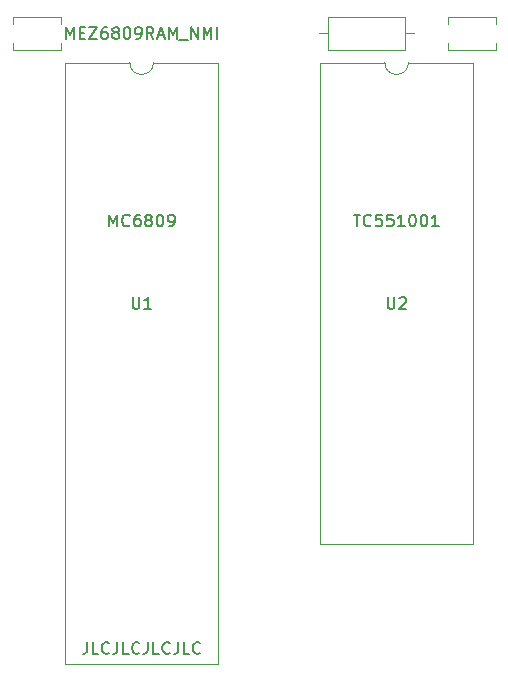
<source format=gto>
G04 #@! TF.GenerationSoftware,KiCad,Pcbnew,7.0.2-0*
G04 #@! TF.CreationDate,2023-04-20T01:12:48+09:00*
G04 #@! TF.ProjectId,MEZ6809RAMI,4d455a36-3830-4395-9241-4d492e6b6963,A*
G04 #@! TF.SameCoordinates,PX5f5e100PY8f0d180*
G04 #@! TF.FileFunction,Legend,Top*
G04 #@! TF.FilePolarity,Positive*
%FSLAX46Y46*%
G04 Gerber Fmt 4.6, Leading zero omitted, Abs format (unit mm)*
G04 Created by KiCad (PCBNEW 7.0.2-0) date 2023-04-20 01:12:48*
%MOMM*%
%LPD*%
G01*
G04 APERTURE LIST*
%ADD10C,0.150000*%
%ADD11C,0.120000*%
G04 APERTURE END LIST*
D10*
X7589048Y54782381D02*
X7589048Y55782381D01*
X7589048Y55782381D02*
X7922381Y55068096D01*
X7922381Y55068096D02*
X8255714Y55782381D01*
X8255714Y55782381D02*
X8255714Y54782381D01*
X8731905Y55306191D02*
X9065238Y55306191D01*
X9208095Y54782381D02*
X8731905Y54782381D01*
X8731905Y54782381D02*
X8731905Y55782381D01*
X8731905Y55782381D02*
X9208095Y55782381D01*
X9541429Y55782381D02*
X10208095Y55782381D01*
X10208095Y55782381D02*
X9541429Y54782381D01*
X9541429Y54782381D02*
X10208095Y54782381D01*
X11017619Y55782381D02*
X10827143Y55782381D01*
X10827143Y55782381D02*
X10731905Y55734762D01*
X10731905Y55734762D02*
X10684286Y55687143D01*
X10684286Y55687143D02*
X10589048Y55544286D01*
X10589048Y55544286D02*
X10541429Y55353810D01*
X10541429Y55353810D02*
X10541429Y54972858D01*
X10541429Y54972858D02*
X10589048Y54877620D01*
X10589048Y54877620D02*
X10636667Y54830000D01*
X10636667Y54830000D02*
X10731905Y54782381D01*
X10731905Y54782381D02*
X10922381Y54782381D01*
X10922381Y54782381D02*
X11017619Y54830000D01*
X11017619Y54830000D02*
X11065238Y54877620D01*
X11065238Y54877620D02*
X11112857Y54972858D01*
X11112857Y54972858D02*
X11112857Y55210953D01*
X11112857Y55210953D02*
X11065238Y55306191D01*
X11065238Y55306191D02*
X11017619Y55353810D01*
X11017619Y55353810D02*
X10922381Y55401429D01*
X10922381Y55401429D02*
X10731905Y55401429D01*
X10731905Y55401429D02*
X10636667Y55353810D01*
X10636667Y55353810D02*
X10589048Y55306191D01*
X10589048Y55306191D02*
X10541429Y55210953D01*
X11684286Y55353810D02*
X11589048Y55401429D01*
X11589048Y55401429D02*
X11541429Y55449048D01*
X11541429Y55449048D02*
X11493810Y55544286D01*
X11493810Y55544286D02*
X11493810Y55591905D01*
X11493810Y55591905D02*
X11541429Y55687143D01*
X11541429Y55687143D02*
X11589048Y55734762D01*
X11589048Y55734762D02*
X11684286Y55782381D01*
X11684286Y55782381D02*
X11874762Y55782381D01*
X11874762Y55782381D02*
X11970000Y55734762D01*
X11970000Y55734762D02*
X12017619Y55687143D01*
X12017619Y55687143D02*
X12065238Y55591905D01*
X12065238Y55591905D02*
X12065238Y55544286D01*
X12065238Y55544286D02*
X12017619Y55449048D01*
X12017619Y55449048D02*
X11970000Y55401429D01*
X11970000Y55401429D02*
X11874762Y55353810D01*
X11874762Y55353810D02*
X11684286Y55353810D01*
X11684286Y55353810D02*
X11589048Y55306191D01*
X11589048Y55306191D02*
X11541429Y55258572D01*
X11541429Y55258572D02*
X11493810Y55163334D01*
X11493810Y55163334D02*
X11493810Y54972858D01*
X11493810Y54972858D02*
X11541429Y54877620D01*
X11541429Y54877620D02*
X11589048Y54830000D01*
X11589048Y54830000D02*
X11684286Y54782381D01*
X11684286Y54782381D02*
X11874762Y54782381D01*
X11874762Y54782381D02*
X11970000Y54830000D01*
X11970000Y54830000D02*
X12017619Y54877620D01*
X12017619Y54877620D02*
X12065238Y54972858D01*
X12065238Y54972858D02*
X12065238Y55163334D01*
X12065238Y55163334D02*
X12017619Y55258572D01*
X12017619Y55258572D02*
X11970000Y55306191D01*
X11970000Y55306191D02*
X11874762Y55353810D01*
X12684286Y55782381D02*
X12779524Y55782381D01*
X12779524Y55782381D02*
X12874762Y55734762D01*
X12874762Y55734762D02*
X12922381Y55687143D01*
X12922381Y55687143D02*
X12970000Y55591905D01*
X12970000Y55591905D02*
X13017619Y55401429D01*
X13017619Y55401429D02*
X13017619Y55163334D01*
X13017619Y55163334D02*
X12970000Y54972858D01*
X12970000Y54972858D02*
X12922381Y54877620D01*
X12922381Y54877620D02*
X12874762Y54830000D01*
X12874762Y54830000D02*
X12779524Y54782381D01*
X12779524Y54782381D02*
X12684286Y54782381D01*
X12684286Y54782381D02*
X12589048Y54830000D01*
X12589048Y54830000D02*
X12541429Y54877620D01*
X12541429Y54877620D02*
X12493810Y54972858D01*
X12493810Y54972858D02*
X12446191Y55163334D01*
X12446191Y55163334D02*
X12446191Y55401429D01*
X12446191Y55401429D02*
X12493810Y55591905D01*
X12493810Y55591905D02*
X12541429Y55687143D01*
X12541429Y55687143D02*
X12589048Y55734762D01*
X12589048Y55734762D02*
X12684286Y55782381D01*
X13493810Y54782381D02*
X13684286Y54782381D01*
X13684286Y54782381D02*
X13779524Y54830000D01*
X13779524Y54830000D02*
X13827143Y54877620D01*
X13827143Y54877620D02*
X13922381Y55020477D01*
X13922381Y55020477D02*
X13970000Y55210953D01*
X13970000Y55210953D02*
X13970000Y55591905D01*
X13970000Y55591905D02*
X13922381Y55687143D01*
X13922381Y55687143D02*
X13874762Y55734762D01*
X13874762Y55734762D02*
X13779524Y55782381D01*
X13779524Y55782381D02*
X13589048Y55782381D01*
X13589048Y55782381D02*
X13493810Y55734762D01*
X13493810Y55734762D02*
X13446191Y55687143D01*
X13446191Y55687143D02*
X13398572Y55591905D01*
X13398572Y55591905D02*
X13398572Y55353810D01*
X13398572Y55353810D02*
X13446191Y55258572D01*
X13446191Y55258572D02*
X13493810Y55210953D01*
X13493810Y55210953D02*
X13589048Y55163334D01*
X13589048Y55163334D02*
X13779524Y55163334D01*
X13779524Y55163334D02*
X13874762Y55210953D01*
X13874762Y55210953D02*
X13922381Y55258572D01*
X13922381Y55258572D02*
X13970000Y55353810D01*
X14970000Y54782381D02*
X14636667Y55258572D01*
X14398572Y54782381D02*
X14398572Y55782381D01*
X14398572Y55782381D02*
X14779524Y55782381D01*
X14779524Y55782381D02*
X14874762Y55734762D01*
X14874762Y55734762D02*
X14922381Y55687143D01*
X14922381Y55687143D02*
X14970000Y55591905D01*
X14970000Y55591905D02*
X14970000Y55449048D01*
X14970000Y55449048D02*
X14922381Y55353810D01*
X14922381Y55353810D02*
X14874762Y55306191D01*
X14874762Y55306191D02*
X14779524Y55258572D01*
X14779524Y55258572D02*
X14398572Y55258572D01*
X15350953Y55068096D02*
X15827143Y55068096D01*
X15255715Y54782381D02*
X15589048Y55782381D01*
X15589048Y55782381D02*
X15922381Y54782381D01*
X16255715Y54782381D02*
X16255715Y55782381D01*
X16255715Y55782381D02*
X16589048Y55068096D01*
X16589048Y55068096D02*
X16922381Y55782381D01*
X16922381Y55782381D02*
X16922381Y54782381D01*
X17160477Y54687143D02*
X17922381Y54687143D01*
X18160477Y54782381D02*
X18160477Y55782381D01*
X18160477Y55782381D02*
X18731905Y54782381D01*
X18731905Y54782381D02*
X18731905Y55782381D01*
X19208096Y54782381D02*
X19208096Y55782381D01*
X19208096Y55782381D02*
X19541429Y55068096D01*
X19541429Y55068096D02*
X19874762Y55782381D01*
X19874762Y55782381D02*
X19874762Y54782381D01*
X20350953Y54782381D02*
X20350953Y55782381D01*
X31917143Y39907381D02*
X32488571Y39907381D01*
X32202857Y38907381D02*
X32202857Y39907381D01*
X33393333Y39002620D02*
X33345714Y38955000D01*
X33345714Y38955000D02*
X33202857Y38907381D01*
X33202857Y38907381D02*
X33107619Y38907381D01*
X33107619Y38907381D02*
X32964762Y38955000D01*
X32964762Y38955000D02*
X32869524Y39050239D01*
X32869524Y39050239D02*
X32821905Y39145477D01*
X32821905Y39145477D02*
X32774286Y39335953D01*
X32774286Y39335953D02*
X32774286Y39478810D01*
X32774286Y39478810D02*
X32821905Y39669286D01*
X32821905Y39669286D02*
X32869524Y39764524D01*
X32869524Y39764524D02*
X32964762Y39859762D01*
X32964762Y39859762D02*
X33107619Y39907381D01*
X33107619Y39907381D02*
X33202857Y39907381D01*
X33202857Y39907381D02*
X33345714Y39859762D01*
X33345714Y39859762D02*
X33393333Y39812143D01*
X34298095Y39907381D02*
X33821905Y39907381D01*
X33821905Y39907381D02*
X33774286Y39431191D01*
X33774286Y39431191D02*
X33821905Y39478810D01*
X33821905Y39478810D02*
X33917143Y39526429D01*
X33917143Y39526429D02*
X34155238Y39526429D01*
X34155238Y39526429D02*
X34250476Y39478810D01*
X34250476Y39478810D02*
X34298095Y39431191D01*
X34298095Y39431191D02*
X34345714Y39335953D01*
X34345714Y39335953D02*
X34345714Y39097858D01*
X34345714Y39097858D02*
X34298095Y39002620D01*
X34298095Y39002620D02*
X34250476Y38955000D01*
X34250476Y38955000D02*
X34155238Y38907381D01*
X34155238Y38907381D02*
X33917143Y38907381D01*
X33917143Y38907381D02*
X33821905Y38955000D01*
X33821905Y38955000D02*
X33774286Y39002620D01*
X35250476Y39907381D02*
X34774286Y39907381D01*
X34774286Y39907381D02*
X34726667Y39431191D01*
X34726667Y39431191D02*
X34774286Y39478810D01*
X34774286Y39478810D02*
X34869524Y39526429D01*
X34869524Y39526429D02*
X35107619Y39526429D01*
X35107619Y39526429D02*
X35202857Y39478810D01*
X35202857Y39478810D02*
X35250476Y39431191D01*
X35250476Y39431191D02*
X35298095Y39335953D01*
X35298095Y39335953D02*
X35298095Y39097858D01*
X35298095Y39097858D02*
X35250476Y39002620D01*
X35250476Y39002620D02*
X35202857Y38955000D01*
X35202857Y38955000D02*
X35107619Y38907381D01*
X35107619Y38907381D02*
X34869524Y38907381D01*
X34869524Y38907381D02*
X34774286Y38955000D01*
X34774286Y38955000D02*
X34726667Y39002620D01*
X36250476Y38907381D02*
X35679048Y38907381D01*
X35964762Y38907381D02*
X35964762Y39907381D01*
X35964762Y39907381D02*
X35869524Y39764524D01*
X35869524Y39764524D02*
X35774286Y39669286D01*
X35774286Y39669286D02*
X35679048Y39621667D01*
X36869524Y39907381D02*
X36964762Y39907381D01*
X36964762Y39907381D02*
X37060000Y39859762D01*
X37060000Y39859762D02*
X37107619Y39812143D01*
X37107619Y39812143D02*
X37155238Y39716905D01*
X37155238Y39716905D02*
X37202857Y39526429D01*
X37202857Y39526429D02*
X37202857Y39288334D01*
X37202857Y39288334D02*
X37155238Y39097858D01*
X37155238Y39097858D02*
X37107619Y39002620D01*
X37107619Y39002620D02*
X37060000Y38955000D01*
X37060000Y38955000D02*
X36964762Y38907381D01*
X36964762Y38907381D02*
X36869524Y38907381D01*
X36869524Y38907381D02*
X36774286Y38955000D01*
X36774286Y38955000D02*
X36726667Y39002620D01*
X36726667Y39002620D02*
X36679048Y39097858D01*
X36679048Y39097858D02*
X36631429Y39288334D01*
X36631429Y39288334D02*
X36631429Y39526429D01*
X36631429Y39526429D02*
X36679048Y39716905D01*
X36679048Y39716905D02*
X36726667Y39812143D01*
X36726667Y39812143D02*
X36774286Y39859762D01*
X36774286Y39859762D02*
X36869524Y39907381D01*
X37821905Y39907381D02*
X37917143Y39907381D01*
X37917143Y39907381D02*
X38012381Y39859762D01*
X38012381Y39859762D02*
X38060000Y39812143D01*
X38060000Y39812143D02*
X38107619Y39716905D01*
X38107619Y39716905D02*
X38155238Y39526429D01*
X38155238Y39526429D02*
X38155238Y39288334D01*
X38155238Y39288334D02*
X38107619Y39097858D01*
X38107619Y39097858D02*
X38060000Y39002620D01*
X38060000Y39002620D02*
X38012381Y38955000D01*
X38012381Y38955000D02*
X37917143Y38907381D01*
X37917143Y38907381D02*
X37821905Y38907381D01*
X37821905Y38907381D02*
X37726667Y38955000D01*
X37726667Y38955000D02*
X37679048Y39002620D01*
X37679048Y39002620D02*
X37631429Y39097858D01*
X37631429Y39097858D02*
X37583810Y39288334D01*
X37583810Y39288334D02*
X37583810Y39526429D01*
X37583810Y39526429D02*
X37631429Y39716905D01*
X37631429Y39716905D02*
X37679048Y39812143D01*
X37679048Y39812143D02*
X37726667Y39859762D01*
X37726667Y39859762D02*
X37821905Y39907381D01*
X39107619Y38907381D02*
X38536191Y38907381D01*
X38821905Y38907381D02*
X38821905Y39907381D01*
X38821905Y39907381D02*
X38726667Y39764524D01*
X38726667Y39764524D02*
X38631429Y39669286D01*
X38631429Y39669286D02*
X38536191Y39621667D01*
X11231905Y38907381D02*
X11231905Y39907381D01*
X11231905Y39907381D02*
X11565238Y39193096D01*
X11565238Y39193096D02*
X11898571Y39907381D01*
X11898571Y39907381D02*
X11898571Y38907381D01*
X12946190Y39002620D02*
X12898571Y38955000D01*
X12898571Y38955000D02*
X12755714Y38907381D01*
X12755714Y38907381D02*
X12660476Y38907381D01*
X12660476Y38907381D02*
X12517619Y38955000D01*
X12517619Y38955000D02*
X12422381Y39050239D01*
X12422381Y39050239D02*
X12374762Y39145477D01*
X12374762Y39145477D02*
X12327143Y39335953D01*
X12327143Y39335953D02*
X12327143Y39478810D01*
X12327143Y39478810D02*
X12374762Y39669286D01*
X12374762Y39669286D02*
X12422381Y39764524D01*
X12422381Y39764524D02*
X12517619Y39859762D01*
X12517619Y39859762D02*
X12660476Y39907381D01*
X12660476Y39907381D02*
X12755714Y39907381D01*
X12755714Y39907381D02*
X12898571Y39859762D01*
X12898571Y39859762D02*
X12946190Y39812143D01*
X13803333Y39907381D02*
X13612857Y39907381D01*
X13612857Y39907381D02*
X13517619Y39859762D01*
X13517619Y39859762D02*
X13470000Y39812143D01*
X13470000Y39812143D02*
X13374762Y39669286D01*
X13374762Y39669286D02*
X13327143Y39478810D01*
X13327143Y39478810D02*
X13327143Y39097858D01*
X13327143Y39097858D02*
X13374762Y39002620D01*
X13374762Y39002620D02*
X13422381Y38955000D01*
X13422381Y38955000D02*
X13517619Y38907381D01*
X13517619Y38907381D02*
X13708095Y38907381D01*
X13708095Y38907381D02*
X13803333Y38955000D01*
X13803333Y38955000D02*
X13850952Y39002620D01*
X13850952Y39002620D02*
X13898571Y39097858D01*
X13898571Y39097858D02*
X13898571Y39335953D01*
X13898571Y39335953D02*
X13850952Y39431191D01*
X13850952Y39431191D02*
X13803333Y39478810D01*
X13803333Y39478810D02*
X13708095Y39526429D01*
X13708095Y39526429D02*
X13517619Y39526429D01*
X13517619Y39526429D02*
X13422381Y39478810D01*
X13422381Y39478810D02*
X13374762Y39431191D01*
X13374762Y39431191D02*
X13327143Y39335953D01*
X14470000Y39478810D02*
X14374762Y39526429D01*
X14374762Y39526429D02*
X14327143Y39574048D01*
X14327143Y39574048D02*
X14279524Y39669286D01*
X14279524Y39669286D02*
X14279524Y39716905D01*
X14279524Y39716905D02*
X14327143Y39812143D01*
X14327143Y39812143D02*
X14374762Y39859762D01*
X14374762Y39859762D02*
X14470000Y39907381D01*
X14470000Y39907381D02*
X14660476Y39907381D01*
X14660476Y39907381D02*
X14755714Y39859762D01*
X14755714Y39859762D02*
X14803333Y39812143D01*
X14803333Y39812143D02*
X14850952Y39716905D01*
X14850952Y39716905D02*
X14850952Y39669286D01*
X14850952Y39669286D02*
X14803333Y39574048D01*
X14803333Y39574048D02*
X14755714Y39526429D01*
X14755714Y39526429D02*
X14660476Y39478810D01*
X14660476Y39478810D02*
X14470000Y39478810D01*
X14470000Y39478810D02*
X14374762Y39431191D01*
X14374762Y39431191D02*
X14327143Y39383572D01*
X14327143Y39383572D02*
X14279524Y39288334D01*
X14279524Y39288334D02*
X14279524Y39097858D01*
X14279524Y39097858D02*
X14327143Y39002620D01*
X14327143Y39002620D02*
X14374762Y38955000D01*
X14374762Y38955000D02*
X14470000Y38907381D01*
X14470000Y38907381D02*
X14660476Y38907381D01*
X14660476Y38907381D02*
X14755714Y38955000D01*
X14755714Y38955000D02*
X14803333Y39002620D01*
X14803333Y39002620D02*
X14850952Y39097858D01*
X14850952Y39097858D02*
X14850952Y39288334D01*
X14850952Y39288334D02*
X14803333Y39383572D01*
X14803333Y39383572D02*
X14755714Y39431191D01*
X14755714Y39431191D02*
X14660476Y39478810D01*
X15470000Y39907381D02*
X15565238Y39907381D01*
X15565238Y39907381D02*
X15660476Y39859762D01*
X15660476Y39859762D02*
X15708095Y39812143D01*
X15708095Y39812143D02*
X15755714Y39716905D01*
X15755714Y39716905D02*
X15803333Y39526429D01*
X15803333Y39526429D02*
X15803333Y39288334D01*
X15803333Y39288334D02*
X15755714Y39097858D01*
X15755714Y39097858D02*
X15708095Y39002620D01*
X15708095Y39002620D02*
X15660476Y38955000D01*
X15660476Y38955000D02*
X15565238Y38907381D01*
X15565238Y38907381D02*
X15470000Y38907381D01*
X15470000Y38907381D02*
X15374762Y38955000D01*
X15374762Y38955000D02*
X15327143Y39002620D01*
X15327143Y39002620D02*
X15279524Y39097858D01*
X15279524Y39097858D02*
X15231905Y39288334D01*
X15231905Y39288334D02*
X15231905Y39526429D01*
X15231905Y39526429D02*
X15279524Y39716905D01*
X15279524Y39716905D02*
X15327143Y39812143D01*
X15327143Y39812143D02*
X15374762Y39859762D01*
X15374762Y39859762D02*
X15470000Y39907381D01*
X16279524Y38907381D02*
X16470000Y38907381D01*
X16470000Y38907381D02*
X16565238Y38955000D01*
X16565238Y38955000D02*
X16612857Y39002620D01*
X16612857Y39002620D02*
X16708095Y39145477D01*
X16708095Y39145477D02*
X16755714Y39335953D01*
X16755714Y39335953D02*
X16755714Y39716905D01*
X16755714Y39716905D02*
X16708095Y39812143D01*
X16708095Y39812143D02*
X16660476Y39859762D01*
X16660476Y39859762D02*
X16565238Y39907381D01*
X16565238Y39907381D02*
X16374762Y39907381D01*
X16374762Y39907381D02*
X16279524Y39859762D01*
X16279524Y39859762D02*
X16231905Y39812143D01*
X16231905Y39812143D02*
X16184286Y39716905D01*
X16184286Y39716905D02*
X16184286Y39478810D01*
X16184286Y39478810D02*
X16231905Y39383572D01*
X16231905Y39383572D02*
X16279524Y39335953D01*
X16279524Y39335953D02*
X16374762Y39288334D01*
X16374762Y39288334D02*
X16565238Y39288334D01*
X16565238Y39288334D02*
X16660476Y39335953D01*
X16660476Y39335953D02*
X16708095Y39383572D01*
X16708095Y39383572D02*
X16755714Y39478810D01*
X9350951Y3712381D02*
X9350951Y2998096D01*
X9350951Y2998096D02*
X9303332Y2855239D01*
X9303332Y2855239D02*
X9208094Y2760000D01*
X9208094Y2760000D02*
X9065237Y2712381D01*
X9065237Y2712381D02*
X8969999Y2712381D01*
X10303332Y2712381D02*
X9827142Y2712381D01*
X9827142Y2712381D02*
X9827142Y3712381D01*
X11208094Y2807620D02*
X11160475Y2760000D01*
X11160475Y2760000D02*
X11017618Y2712381D01*
X11017618Y2712381D02*
X10922380Y2712381D01*
X10922380Y2712381D02*
X10779523Y2760000D01*
X10779523Y2760000D02*
X10684285Y2855239D01*
X10684285Y2855239D02*
X10636666Y2950477D01*
X10636666Y2950477D02*
X10589047Y3140953D01*
X10589047Y3140953D02*
X10589047Y3283810D01*
X10589047Y3283810D02*
X10636666Y3474286D01*
X10636666Y3474286D02*
X10684285Y3569524D01*
X10684285Y3569524D02*
X10779523Y3664762D01*
X10779523Y3664762D02*
X10922380Y3712381D01*
X10922380Y3712381D02*
X11017618Y3712381D01*
X11017618Y3712381D02*
X11160475Y3664762D01*
X11160475Y3664762D02*
X11208094Y3617143D01*
X11922380Y3712381D02*
X11922380Y2998096D01*
X11922380Y2998096D02*
X11874761Y2855239D01*
X11874761Y2855239D02*
X11779523Y2760000D01*
X11779523Y2760000D02*
X11636666Y2712381D01*
X11636666Y2712381D02*
X11541428Y2712381D01*
X12874761Y2712381D02*
X12398571Y2712381D01*
X12398571Y2712381D02*
X12398571Y3712381D01*
X13779523Y2807620D02*
X13731904Y2760000D01*
X13731904Y2760000D02*
X13589047Y2712381D01*
X13589047Y2712381D02*
X13493809Y2712381D01*
X13493809Y2712381D02*
X13350952Y2760000D01*
X13350952Y2760000D02*
X13255714Y2855239D01*
X13255714Y2855239D02*
X13208095Y2950477D01*
X13208095Y2950477D02*
X13160476Y3140953D01*
X13160476Y3140953D02*
X13160476Y3283810D01*
X13160476Y3283810D02*
X13208095Y3474286D01*
X13208095Y3474286D02*
X13255714Y3569524D01*
X13255714Y3569524D02*
X13350952Y3664762D01*
X13350952Y3664762D02*
X13493809Y3712381D01*
X13493809Y3712381D02*
X13589047Y3712381D01*
X13589047Y3712381D02*
X13731904Y3664762D01*
X13731904Y3664762D02*
X13779523Y3617143D01*
X14493809Y3712381D02*
X14493809Y2998096D01*
X14493809Y2998096D02*
X14446190Y2855239D01*
X14446190Y2855239D02*
X14350952Y2760000D01*
X14350952Y2760000D02*
X14208095Y2712381D01*
X14208095Y2712381D02*
X14112857Y2712381D01*
X15446190Y2712381D02*
X14970000Y2712381D01*
X14970000Y2712381D02*
X14970000Y3712381D01*
X16350952Y2807620D02*
X16303333Y2760000D01*
X16303333Y2760000D02*
X16160476Y2712381D01*
X16160476Y2712381D02*
X16065238Y2712381D01*
X16065238Y2712381D02*
X15922381Y2760000D01*
X15922381Y2760000D02*
X15827143Y2855239D01*
X15827143Y2855239D02*
X15779524Y2950477D01*
X15779524Y2950477D02*
X15731905Y3140953D01*
X15731905Y3140953D02*
X15731905Y3283810D01*
X15731905Y3283810D02*
X15779524Y3474286D01*
X15779524Y3474286D02*
X15827143Y3569524D01*
X15827143Y3569524D02*
X15922381Y3664762D01*
X15922381Y3664762D02*
X16065238Y3712381D01*
X16065238Y3712381D02*
X16160476Y3712381D01*
X16160476Y3712381D02*
X16303333Y3664762D01*
X16303333Y3664762D02*
X16350952Y3617143D01*
X17065238Y3712381D02*
X17065238Y2998096D01*
X17065238Y2998096D02*
X17017619Y2855239D01*
X17017619Y2855239D02*
X16922381Y2760000D01*
X16922381Y2760000D02*
X16779524Y2712381D01*
X16779524Y2712381D02*
X16684286Y2712381D01*
X18017619Y2712381D02*
X17541429Y2712381D01*
X17541429Y2712381D02*
X17541429Y3712381D01*
X18922381Y2807620D02*
X18874762Y2760000D01*
X18874762Y2760000D02*
X18731905Y2712381D01*
X18731905Y2712381D02*
X18636667Y2712381D01*
X18636667Y2712381D02*
X18493810Y2760000D01*
X18493810Y2760000D02*
X18398572Y2855239D01*
X18398572Y2855239D02*
X18350953Y2950477D01*
X18350953Y2950477D02*
X18303334Y3140953D01*
X18303334Y3140953D02*
X18303334Y3283810D01*
X18303334Y3283810D02*
X18350953Y3474286D01*
X18350953Y3474286D02*
X18398572Y3569524D01*
X18398572Y3569524D02*
X18493810Y3664762D01*
X18493810Y3664762D02*
X18636667Y3712381D01*
X18636667Y3712381D02*
X18731905Y3712381D01*
X18731905Y3712381D02*
X18874762Y3664762D01*
X18874762Y3664762D02*
X18922381Y3617143D01*
X13208095Y32922381D02*
X13208095Y32112858D01*
X13208095Y32112858D02*
X13255714Y32017620D01*
X13255714Y32017620D02*
X13303333Y31970000D01*
X13303333Y31970000D02*
X13398571Y31922381D01*
X13398571Y31922381D02*
X13589047Y31922381D01*
X13589047Y31922381D02*
X13684285Y31970000D01*
X13684285Y31970000D02*
X13731904Y32017620D01*
X13731904Y32017620D02*
X13779523Y32112858D01*
X13779523Y32112858D02*
X13779523Y32922381D01*
X14779523Y31922381D02*
X14208095Y31922381D01*
X14493809Y31922381D02*
X14493809Y32922381D01*
X14493809Y32922381D02*
X14398571Y32779524D01*
X14398571Y32779524D02*
X14303333Y32684286D01*
X14303333Y32684286D02*
X14208095Y32636667D01*
X34798095Y32922381D02*
X34798095Y32112858D01*
X34798095Y32112858D02*
X34845714Y32017620D01*
X34845714Y32017620D02*
X34893333Y31970000D01*
X34893333Y31970000D02*
X34988571Y31922381D01*
X34988571Y31922381D02*
X35179047Y31922381D01*
X35179047Y31922381D02*
X35274285Y31970000D01*
X35274285Y31970000D02*
X35321904Y32017620D01*
X35321904Y32017620D02*
X35369523Y32112858D01*
X35369523Y32112858D02*
X35369523Y32922381D01*
X35798095Y32827143D02*
X35845714Y32874762D01*
X35845714Y32874762D02*
X35940952Y32922381D01*
X35940952Y32922381D02*
X36179047Y32922381D01*
X36179047Y32922381D02*
X36274285Y32874762D01*
X36274285Y32874762D02*
X36321904Y32827143D01*
X36321904Y32827143D02*
X36369523Y32731905D01*
X36369523Y32731905D02*
X36369523Y32636667D01*
X36369523Y32636667D02*
X36321904Y32493810D01*
X36321904Y32493810D02*
X35750476Y31922381D01*
X35750476Y31922381D02*
X36369523Y31922381D01*
D11*
X7102500Y53825000D02*
X7102500Y54450000D01*
X7102500Y53825000D02*
X3062500Y53825000D01*
X7102500Y56040000D02*
X7102500Y56665000D01*
X7102500Y56665000D02*
X3062500Y56665000D01*
X3062500Y53825000D02*
X3062500Y54450000D01*
X3062500Y56040000D02*
X3062500Y56665000D01*
X7507500Y52765000D02*
X7507500Y1845000D01*
X7507500Y1845000D02*
X20427500Y1845000D01*
X12967500Y52765000D02*
X7507500Y52765000D01*
X20427500Y52765000D02*
X14967500Y52765000D01*
X20427500Y1845000D02*
X20427500Y52765000D01*
X12967500Y52765000D02*
G75*
G03*
X14967500Y52765000I1000000J0D01*
G01*
X28980000Y55245000D02*
X29750000Y55245000D01*
X29750000Y56615000D02*
X29750000Y53875000D01*
X29750000Y53875000D02*
X36290000Y53875000D01*
X36290000Y56615000D02*
X29750000Y56615000D01*
X36290000Y53875000D02*
X36290000Y56615000D01*
X37060000Y55245000D02*
X36290000Y55245000D01*
X39892500Y56665000D02*
X39892500Y56040000D01*
X39892500Y56665000D02*
X43932500Y56665000D01*
X39892500Y54450000D02*
X39892500Y53825000D01*
X39892500Y53825000D02*
X43932500Y53825000D01*
X43932500Y56665000D02*
X43932500Y56040000D01*
X43932500Y54450000D02*
X43932500Y53825000D01*
X29097500Y52770000D02*
X29097500Y12010000D01*
X29097500Y12010000D02*
X42017500Y12010000D01*
X34557500Y52770000D02*
X29097500Y52770000D01*
X42017500Y52770000D02*
X36557500Y52770000D01*
X42017500Y12010000D02*
X42017500Y52770000D01*
X34557500Y52770000D02*
G75*
G03*
X36557500Y52770000I1000000J0D01*
G01*
M02*

</source>
